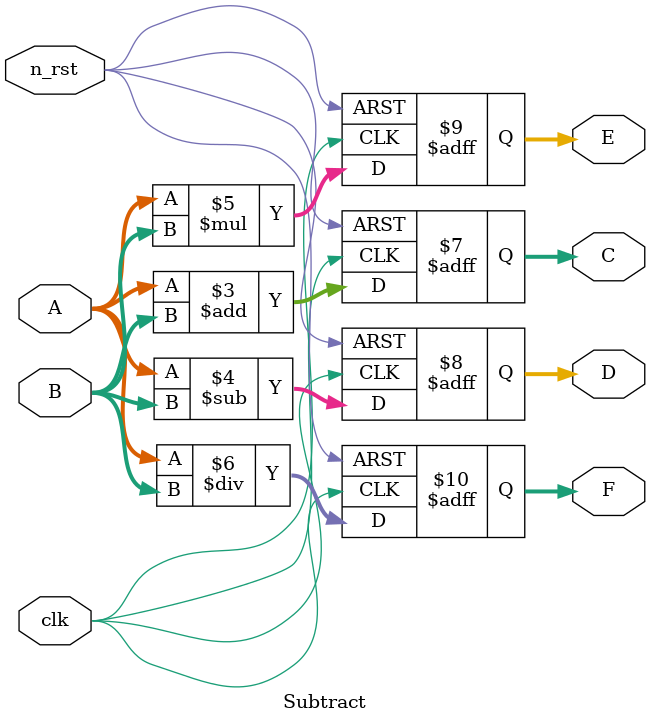
<source format=v>
module Subtract(
	input wire n_rst,
	input wire clk,
	
	input wire signed [7:0] A,
	input wire signed [7:0] B,
	
	output reg signed [8:0] C,
	output reg signed [7:0] D,
	output reg signed [14:0] E,
	output reg signed [7:0] F
);

always@(posedge clk or negedge n_rst) begin
	if(!n_rst) begin
		C <= 9'sd0;
		D <= 8'sd0;
		E <= 15'sd0;
		F <= 8'sd0;
	end
	else begin
		C <= A + B;
		D <= A - B;
		E <= A * B;
		F <= A / B;
	end
end

endmodule
	

</source>
